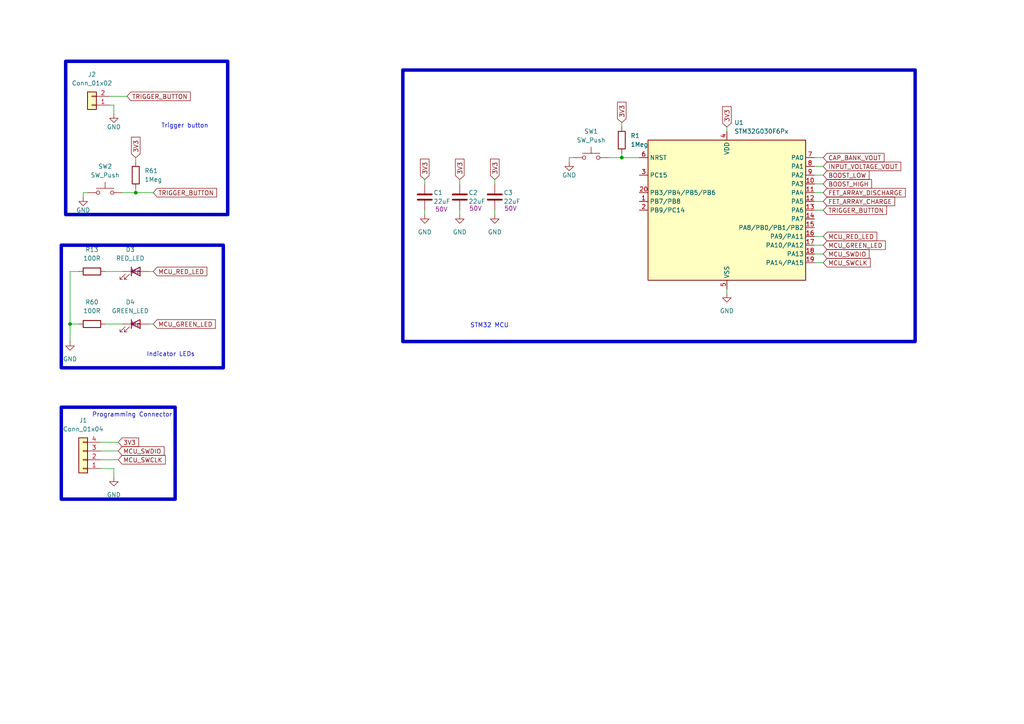
<source format=kicad_sch>
(kicad_sch (version 20250114) (generator "eeschema") (generator_version "9.0")
  (paper "A4")
  (title_block (title "MCU Section") (date "2025-05-03") (rev "v1.0") (company "By Shrinath Nimare <shrinath.nimare@gmail.com>"))
  (lib_symbols
    (symbol "Connector_Generic:Conn_01x02" (pin_names (offset 1.016) (hide yes))
      (property "Reference" "J" (at 0 2.54 0))
      (property "Value" "Conn_01x02" (at 0 -5.08 0))
      (symbol "Conn_01x02_1_1"
        (rectangle (start -1.27 1.27) (end 1.27 -3.81) (stroke (width 0.254)) (fill (type background)))
        (rectangle (start -1.27 0.127) (end 0 -0.127) (stroke (width 0.1524)))
        (rectangle (start -1.27 -2.413) (end 0 -2.667) (stroke (width 0.1524)))
        (pin passive line (at -5.08 0 0) (length 3.81) (name "Pin_1") (number "1"))
        (pin passive line (at -5.08 -2.54 0) (length 3.81) (name "Pin_2") (number "2"))
      )
    )
    (symbol "Connector_Generic:Conn_01x04" (pin_names (offset 1.016) (hide yes))
      (property "Reference" "J" (at 0 5.08 0))
      (property "Value" "Conn_01x04" (at 0 -7.62 0))
      (symbol "Conn_01x04_1_1"
        (rectangle (start -1.27 3.81) (end 1.27 -6.35) (stroke (width 0.254)) (fill (type background)))
        (rectangle (start -1.27 2.667) (end 0 2.413) (stroke (width 0.1524)))
        (rectangle (start -1.27 0.127) (end 0 -0.127) (stroke (width 0.1524)))
        (rectangle (start -1.27 -2.413) (end 0 -2.667) (stroke (width 0.1524)))
        (rectangle (start -1.27 -4.953) (end 0 -5.207) (stroke (width 0.1524)))
        (pin passive line (at -5.08 2.54 0) (length 3.81) (name "Pin_1") (number "1"))
        (pin passive line (at -5.08 0 0) (length 3.81) (name "Pin_2") (number "2"))
        (pin passive line (at -5.08 -2.54 0) (length 3.81) (name "Pin_3") (number "3"))
        (pin passive line (at -5.08 -5.08 0) (length 3.81) (name "Pin_4") (number "4"))
      )
    )
    (symbol "Device:C" (pin_numbers (hide yes)) (pin_names (offset 0.254))
      (property "Reference" "C" (at 0.635 2.54 0))
      (property "Value" "C" (at 0.635 -2.54 0))
      (symbol "C_0_1"
        (polyline (pts (xy -2.032 0.762) (xy 2.032 0.762)) (stroke (width 0.508)))
        (polyline (pts (xy -2.032 -0.762) (xy 2.032 -0.762)) (stroke (width 0.508)))
      )
      (symbol "C_1_1"
        (pin passive line (at 0 3.81 270) (length 2.794) (name "~") (number "1"))
        (pin passive line (at 0 -3.81 90) (length 2.794) (name "~") (number "2"))
      )
    )
    (symbol "Device:LED" (pin_numbers (hide yes)) (pin_names (offset 1.016) (hide yes))
      (property "Reference" "D" (at 0 2.54 0))
      (property "Value" "LED" (at 0 -2.54 0))
      (symbol "LED_0_1"
        (polyline (pts (xy -3.048 -0.762) (xy -4.572 -2.286) (xy -3.81 -2.286) (xy -4.572 -2.286) (xy -4.572 -1.524)))
        (polyline (pts (xy -1.778 -0.762) (xy -3.302 -2.286) (xy -2.54 -2.286) (xy -3.302 -2.286) (xy -3.302 -1.524)))
        (polyline (pts (xy -1.27 0) (xy 1.27 0)))
        (polyline (pts (xy -1.27 -1.27) (xy -1.27 1.27)) (stroke (width 0.254)))
        (polyline (pts (xy 1.27 -1.27) (xy 1.27 1.27) (xy -1.27 0) (xy 1.27 -1.27)) (stroke (width 0.254)))
      )
      (symbol "LED_1_1"
        (pin passive line (at -3.81 0 0) (length 2.54) (name "K") (number "1"))
        (pin passive line (at 3.81 0 180) (length 2.54) (name "A") (number "2"))
      )
    )
    (symbol "Device:R" (pin_numbers (hide yes)) (pin_names (offset 0))
      (property "Reference" "R" (at 2.032 0 90))
      (property "Value" "R" (at 0 0 90))
      (symbol "R_0_1"
        (rectangle (start -1.016 -2.54) (end 1.016 2.54) (stroke (width 0.254)))
      )
      (symbol "R_1_1"
        (pin passive line (at 0 3.81 270) (length 1.27) (name "~") (number "1"))
        (pin passive line (at 0 -3.81 90) (length 1.27) (name "~") (number "2"))
      )
    )
    (symbol "MCU_ST_STM32G0:STM32G030F6Px"
      (property "Reference" "U" (at -22.86 21.59 0))
      (property "Value" "STM32G030F6Px" (at 2.54 21.59 0))
      (symbol "STM32G030F6Px_0_1"
        (rectangle (start -22.86 -20.32) (end 22.86 20.32) (stroke (width 0.254)) (fill (type background)))
      )
      (symbol "STM32G030F6Px_1_1"
        (pin input line (at -25.4 15.24 0) (length 2.54) (name "NRST") (number "6"))
        (pin bidirectional line (at -25.4 10.16 0) (length 2.54) (name "PC15") (number "3"))
        (pin bidirectional line (at -25.4 5.08 0) (length 2.54) (name "PB3/PB4/PB5/PB6") (number "20"))
        (pin bidirectional line (at -25.4 2.54 0) (length 2.54) (name "PB7/PB8") (number "1"))
        (pin bidirectional line (at -25.4 0 0) (length 2.54) (name "PB9/PC14") (number "2"))
        (pin power_in line (at 0 22.86 270) (length 2.54) (name "VDD") (number "4"))
        (pin power_in line (at 0 -22.86 90) (length 2.54) (name "VSS") (number "5"))
        (pin bidirectional line (at 25.4 15.24 180) (length 2.54) (name "PA0") (number "7"))
        (pin bidirectional line (at 25.4 12.7 180) (length 2.54) (name "PA1") (number "8"))
        (pin bidirectional line (at 25.4 10.16 180) (length 2.54) (name "PA2") (number "9"))
        (pin bidirectional line (at 25.4 7.62 180) (length 2.54) (name "PA3") (number "10"))
        (pin bidirectional line (at 25.4 5.08 180) (length 2.54) (name "PA4") (number "11"))
        (pin bidirectional line (at 25.4 2.54 180) (length 2.54) (name "PA5") (number "12"))
        (pin bidirectional line (at 25.4 0 180) (length 2.54) (name "PA6") (number "13"))
        (pin bidirectional line (at 25.4 -2.54 180) (length 2.54) (name "PA7") (number "14"))
        (pin bidirectional line (at 25.4 -5.08 180) (length 2.54) (name "PA8/PB0/PB1/PB2") (number "15"))
        (pin bidirectional line (at 25.4 -7.62 180) (length 2.54) (name "PA9/PA11") (number "16"))
        (pin bidirectional line (at 25.4 -10.16 180) (length 2.54) (name "PA10/PA12") (number "17"))
        (pin bidirectional line (at 25.4 -12.7 180) (length 2.54) (name "PA13") (number "18"))
        (pin bidirectional line (at 25.4 -15.24 180) (length 2.54) (name "PA14/PA15") (number "19"))
      )
    )
    (symbol "Switch:SW_Push" (pin_numbers (hide yes)) (pin_names (offset 1.016) (hide yes))
      (property "Reference" "SW" (at 1.27 2.54 0))
      (property "Value" "SW_Push" (at 0 -1.524 0))
      (symbol "SW_Push_0_1"
        (circle (center -2.032 0) (radius 0.508))
        (polyline (pts (xy 0 1.27) (xy 0 3.048)))
        (circle (center 2.032 0) (radius 0.508))
        (polyline (pts (xy 2.54 1.27) (xy -2.54 1.27)))
        (pin passive line (at -5.08 0 0) (length 2.54) (name "1") (number "1"))
        (pin passive line (at 5.08 0 180) (length 2.54) (name "2") (number "2"))
      )
    )
    (symbol "power:GND" (power) (pin_numbers (hide yes)) (pin_names (offset 0) (hide yes))
      (property "Value" "GND" (at 0 -3.81 0))
      (symbol "GND_0_1"
        (polyline (pts (xy 0 0) (xy 0 -1.27) (xy 1.27 -1.27) (xy 0 -2.54) (xy -1.27 -1.27) (xy 0 -1.27)))
      )
      (symbol "GND_1_1"
        (pin power_in line (at 0 0 270) (length 0) (name "~") (number "1"))
      )
    )
  )
  (rectangle (start 19.05 17.78) (end 66.04 62.23) (stroke (width 1)))
  (rectangle (start 116.84 20.32) (end 265.43 99.06) (stroke (width 1)))
  (rectangle (start 17.78 71.12) (end 64.77 106.68) (stroke (width 1)))
  (rectangle (start 17.78 118.11) (end 50.8 144.78) (stroke (width 1)))
  (text "STM32 MCU" (at 141.986 94.488 0) (effects (font (size 1.27 1.27))))
  (text "Indicator LEDs" (at 49.53 102.87 0) (effects (font (size 1.27 1.27))))
  (text "Programming Connector" (at 38.354 120.396 0) (effects (font (size 1.27 1.27))))
  (text "Trigger button" (at 53.594 36.576 0) (effects (font (size 1.27 1.27))))
  (junction (at 20.32 93.98))
  (junction (at 180.34 45.72))
  (junction (at 39.37 55.88))
  (wire (pts (xy 43.18 78.74) (xy 44.45 78.74)))
  (wire (pts (xy 210.82 83.82) (xy 210.82 85.09)))
  (wire (pts (xy 123.19 60.96) (xy 123.19 62.23)))
  (wire (pts (xy 35.56 55.88) (xy 39.37 55.88)))
  (wire (pts (xy 180.34 45.72) (xy 180.34 44.45)))
  (wire (pts (xy 33.02 33.02) (xy 33.02 30.48)))
  (wire (pts (xy 238.76 68.58) (xy 236.22 68.58)))
  (wire (pts (xy 143.51 52.07) (xy 143.51 53.34)))
  (wire (pts (xy 30.48 78.74) (xy 35.56 78.74)))
  (wire (pts (xy 143.51 60.96) (xy 143.51 62.23)))
  (wire (pts (xy 31.75 27.94) (xy 36.83 27.94)))
  (wire (pts (xy 29.21 128.27) (xy 34.29 128.27)))
  (wire (pts (xy 210.82 36.83) (xy 210.82 38.1)))
  (wire (pts (xy 33.02 135.89) (xy 29.21 135.89)))
  (wire (pts (xy 176.53 45.72) (xy 180.34 45.72)))
  (wire (pts (xy 30.48 93.98) (xy 35.56 93.98)))
  (wire (pts (xy 238.76 55.88) (xy 236.22 55.88)))
  (wire (pts (xy 20.32 93.98) (xy 22.86 93.98)))
  (wire (pts (xy 238.76 48.26) (xy 236.22 48.26)))
  (wire (pts (xy 238.76 45.72) (xy 236.22 45.72)))
  (wire (pts (xy 39.37 55.88) (xy 44.45 55.88)))
  (wire (pts (xy 238.76 50.8) (xy 236.22 50.8)))
  (wire (pts (xy 24.13 57.15) (xy 24.13 55.88)))
  (wire (pts (xy 39.37 55.88) (xy 39.37 54.61)))
  (wire (pts (xy 22.86 78.74) (xy 20.32 78.74)))
  (wire (pts (xy 133.35 52.07) (xy 133.35 53.34)))
  (wire (pts (xy 43.18 93.98) (xy 44.45 93.98)))
  (wire (pts (xy 238.76 53.34) (xy 236.22 53.34)))
  (wire (pts (xy 39.37 45.72) (xy 39.37 46.99)))
  (wire (pts (xy 29.21 130.81) (xy 34.29 130.81)))
  (wire (pts (xy 236.22 76.2) (xy 238.76 76.2)))
  (wire (pts (xy 185.42 45.72) (xy 180.34 45.72)))
  (wire (pts (xy 133.35 60.96) (xy 133.35 62.23)))
  (wire (pts (xy 123.19 52.07) (xy 123.19 53.34)))
  (wire (pts (xy 33.02 138.43) (xy 33.02 135.89)))
  (wire (pts (xy 29.21 133.35) (xy 34.29 133.35)))
  (wire (pts (xy 165.1 46.99) (xy 165.1 45.72)))
  (wire (pts (xy 238.76 71.12) (xy 236.22 71.12)))
  (wire (pts (xy 180.34 35.56) (xy 180.34 36.83)))
  (wire (pts (xy 24.13 55.88) (xy 25.4 55.88)))
  (wire (pts (xy 238.76 60.96) (xy 236.22 60.96)))
  (wire (pts (xy 33.02 30.48) (xy 31.75 30.48)))
  (wire (pts (xy 20.32 78.74) (xy 20.32 93.98)))
  (wire (pts (xy 165.1 45.72) (xy 166.37 45.72)))
  (wire (pts (xy 236.22 73.66) (xy 238.76 73.66)))
  (wire (pts (xy 238.76 58.42) (xy 236.22 58.42)))
  (wire (pts (xy 20.32 93.98) (xy 20.32 99.06)))
  (global_label "MCU_RED_LED" (shape input) (at 238.76 68.58 0) (property "Intersheetrefs" "${INTERSHEET_REFS}" (effects (hide yes))))
  (global_label "FET_ARRAY_DISCHARGE" (shape input) (at 238.76 55.88 0) (property "Intersheetrefs" "${INTERSHEET_REFS}" (effects (hide yes))))
  (global_label "3V3" (shape input) (at 39.37 45.72 90) (property "Intersheetrefs" "${INTERSHEET_REFS}" (effects (hide yes))))
  (global_label "3V3" (shape input) (at 123.19 52.07 90) (property "Intersheetrefs" "${INTERSHEET_REFS}" (effects (hide yes))))
  (global_label "3V3" (shape input) (at 180.34 35.56 90) (property "Intersheetrefs" "${INTERSHEET_REFS}" (effects (hide yes))))
  (global_label "MCU_SWCLK" (shape input) (at 238.76 76.2 0) (property "Intersheetrefs" "${INTERSHEET_REFS}" (effects (hide yes))))
  (global_label "MCU_SWCLK" (shape input) (at 34.29 133.35 0) (property "Intersheetrefs" "${INTERSHEET_REFS}" (effects (hide yes))))
  (global_label "MCU_SWDIO" (shape input) (at 238.76 73.66 0) (property "Intersheetrefs" "${INTERSHEET_REFS}" (effects (hide yes))))
  (global_label "CAP_BANK_VOUT" (shape input) (at 238.76 45.72 0) (property "Intersheetrefs" "${INTERSHEET_REFS}" (effects (hide yes))))
  (global_label "TRIGGER_BUTTON" (shape input) (at 44.45 55.88 0) (property "Intersheetrefs" "${INTERSHEET_REFS}" (effects (hide yes))))
  (global_label "INPUT_VOLTAGE_VOUT" (shape input) (at 238.76 48.26 0) (property "Intersheetrefs" "${INTERSHEET_REFS}" (effects (hide yes))))
  (global_label "3V3" (shape input) (at 133.35 52.07 90) (property "Intersheetrefs" "${INTERSHEET_REFS}" (effects (hide yes))))
  (global_label "3V3" (shape input) (at 210.82 36.83 90) (property "Intersheetrefs" "${INTERSHEET_REFS}" (effects (hide yes))))
  (global_label "3V3" (shape input) (at 143.51 52.07 90) (property "Intersheetrefs" "${INTERSHEET_REFS}" (effects (hide yes))))
  (global_label "MCU_GREEN_LED" (shape input) (at 44.45 93.98 0) (property "Intersheetrefs" "${INTERSHEET_REFS}" (effects (hide yes))))
  (global_label "MCU_GREEN_LED" (shape input) (at 238.76 71.12 0) (property "Intersheetrefs" "${INTERSHEET_REFS}" (effects (hide yes))))
  (global_label "TRIGGER_BUTTON" (shape input) (at 36.83 27.94 0) (property "Intersheetrefs" "${INTERSHEET_REFS}" (effects (hide yes))))
  (global_label "FET_ARRAY_CHARGE" (shape input) (at 238.76 58.42 0) (property "Intersheetrefs" "${INTERSHEET_REFS}" (effects (hide yes))))
  (global_label "BOOST_LOW" (shape input) (at 238.76 50.8 0) (property "Intersheetrefs" "${INTERSHEET_REFS}" (effects (hide yes))))
  (global_label "3V3" (shape input) (at 34.29 128.27 0) (property "Intersheetrefs" "${INTERSHEET_REFS}" (effects (hide yes))))
  (global_label "TRIGGER_BUTTON" (shape input) (at 238.76 60.96 0) (property "Intersheetrefs" "${INTERSHEET_REFS}" (effects (hide yes))))
  (global_label "MCU_RED_LED" (shape input) (at 44.45 78.74 0) (property "Intersheetrefs" "${INTERSHEET_REFS}" (effects (hide yes))))
  (global_label "MCU_SWDIO" (shape input) (at 34.29 130.81 0) (property "Intersheetrefs" "${INTERSHEET_REFS}" (effects (hide yes))))
  (global_label "BOOST_HIGH" (shape input) (at 238.76 53.34 0) (property "Intersheetrefs" "${INTERSHEET_REFS}" (effects (hide yes))))
  (symbol (lib_id "Device:LED") (at 39.37 93.98 0) (unit 1)
    (property "Reference" "D4" (at 37.7825 87.63 0))
    (property "Value" "GREEN_LED" (at 37.7825 90.17 0))
    (property "Footprint" "LED_SMD:LED_0805_2012Metric" (effects (hide yes)))
    (property "Description" "Light emitting diode" (effects (hide yes)))
    (property "Sim.Pins" "1=K 2=A" (effects (hide yes)))
    (property "Source" "Me" (at 39.37 93.98 0))
  )
  (symbol (lib_id "power:GND") (at 20.32 99.06 0) (unit 1)
    (property "Reference" "#PWR068" (effects (hide yes)))
    (property "Value" "GND" (at 20.32 104.14 0))
    (property "Description" "Power symbol creates a global label with name \"GND\" , ground" (effects (hide yes)))
  )
  (symbol (lib_id "power:GND") (at 24.13 57.15 0) (unit 1)
    (property "Reference" "#PWR070" (effects (hide yes)))
    (property "Value" "GND" (at 24.13 60.96 0))
    (property "Description" "Power symbol creates a global label with name \"GND\" , ground" (effects (hide yes)))
  )
  (symbol (lib_id "Switch:SW_Push") (at 171.45 45.72 0) (unit 1)
    (property "Reference" "SW1" (at 171.45 38.1 0))
    (property "Value" "SW_Push" (at 171.45 40.64 0))
    (property "Footprint" "Button_Switch_SMD:SW_Push_1P1T_XKB_TS-1187A" (effects (hide yes)))
    (property "Description" "Push button switch, generic, two pins" (effects (hide yes)))
    (property "Source" "Me" (effects (hide yes)))
  )
  (symbol (lib_id "Device:R") (at 26.67 93.98 90) (unit 1)
    (property "Reference" "R60" (at 26.67 87.63 90))
    (property "Value" "100R" (at 26.67 90.17 90))
    (property "Footprint" "Resistor_SMD:R_0805_2012Metric" (effects (hide yes)))
    (property "Description" "Resistor" (effects (hide yes)))
    (property "Source" "Me" (effects (hide yes)))
  )
  (symbol (lib_id "Device:R") (at 39.37 50.8 0) (unit 1)
    (property "Reference" "R61" (at 41.91 49.5299 0) (effects (justify left)))
    (property "Value" "1Meg" (at 41.91 52.0699 0) (effects (justify left)))
    (property "Footprint" "Resistor_SMD:R_0805_2012Metric" (effects (hide yes)))
    (property "Description" "Resistor" (effects (hide yes)))
    (property "Source" "Me" (effects (hide yes)))
  )
  (symbol (lib_id "power:GND") (at 33.02 33.02 0) (unit 1)
    (property "Reference" "#PWR071" (effects (hide yes)))
    (property "Value" "GND" (at 33.02 36.83 0))
    (property "Description" "Power symbol creates a global label with name \"GND\" , ground" (effects (hide yes)))
  )
  (symbol (lib_id "power:GND") (at 133.35 62.23 0) (unit 1)
    (property "Reference" "#PWR02" (effects (hide yes)))
    (property "Value" "GND" (at 133.35 67.31 0))
    (property "Description" "Power symbol creates a global label with name \"GND\" , ground" (effects (hide yes)))
  )
  (symbol (lib_id "Switch:SW_Push") (at 30.48 55.88 0) (unit 1)
    (property "Reference" "SW2" (at 30.48 48.26 0))
    (property "Value" "SW_Push" (at 30.48 50.8 0))
    (property "Footprint" "Button_Switch_SMD:SW_Push_1P1T_XKB_TS-1187A" (effects (hide yes)))
    (property "Description" "Push button switch, generic, two pins" (effects (hide yes)))
    (property "Source" "Me" (effects (hide yes)))
  )
  (symbol (lib_id "Device:LED") (at 39.37 78.74 0) (unit 1)
    (property "Reference" "D3" (at 37.7825 72.39 0))
    (property "Value" "RED_LED" (at 37.7825 74.93 0))
    (property "Footprint" "LED_SMD:LED_0805_2012Metric" (effects (hide yes)))
    (property "Description" "Light emitting diode" (effects (hide yes)))
    (property "Sim.Pins" "1=K 2=A" (effects (hide yes)))
    (property "Source" "Me" (at 39.37 78.74 0))
  )
  (symbol (lib_id "power:GND") (at 123.19 62.23 0) (unit 1)
    (property "Reference" "#PWR01" (effects (hide yes)))
    (property "Value" "GND" (at 123.19 67.31 0))
    (property "Description" "Power symbol creates a global label with name \"GND\" , ground" (effects (hide yes)))
  )
  (symbol (lib_id "Connector_Generic:Conn_01x04") (at 24.13 133.35 180) (unit 1)
    (property "Reference" "J1" (at 24.13 121.92 0))
    (property "Value" "Conn_01x04" (at 24.13 124.46 0))
    (property "Footprint" "Connector_PinSocket_2.54mm:PinSocket_1x04_P2.54mm_Vertical" (effects (hide yes)))
    (property "Description" "Generic connector, single row, 01x04, script generated (kicad-library-utils/schlib/autogen/connector/)" (effects (hide yes)))
  )
  (symbol (lib_id "Device:C") (at 133.35 57.15 0) (unit 1)
    (property "Reference" "C2" (at 135.89 55.88 0) (effects (justify left)))
    (property "Value" "22uF" (at 135.89 58.42 0) (effects (justify left)))
    (property "Footprint" "Capacitor_SMD:C_0805_2012Metric" (effects (hide yes)))
    (property "Description" "Unpolarized capacitor" (effects (hide yes)))
    (property "Source" "Me" (effects (hide yes)))
    (property "Rating" "50V" (at 137.922 60.452 0))
  )
  (symbol (lib_id "power:GND") (at 210.82 85.09 0) (unit 1)
    (property "Reference" "#PWR05" (effects (hide yes)))
    (property "Value" "GND" (at 210.82 90.17 0))
    (property "Description" "Power symbol creates a global label with name \"GND\" , ground" (effects (hide yes)))
  )
  (symbol (lib_id "Connector_Generic:Conn_01x02") (at 26.67 30.48 180) (unit 1)
    (property "Reference" "J2" (at 26.67 21.59 0))
    (property "Value" "Conn_01x02" (at 26.67 24.13 0))
    (property "Footprint" "Connector_PinSocket_2.54mm:PinSocket_1x02_P2.54mm_Vertical" (effects (hide yes)))
    (property "Description" "Generic connector, single row, 01x02, script generated (kicad-library-utils/schlib/autogen/connector/)" (effects (hide yes)))
  )
  (symbol (lib_id "power:GND") (at 165.1 46.99 0) (unit 1)
    (property "Reference" "#PWR04" (effects (hide yes)))
    (property "Value" "GND" (at 165.1 50.8 0))
    (property "Description" "Power symbol creates a global label with name \"GND\" , ground" (effects (hide yes)))
  )
  (symbol (lib_id "power:GND") (at 33.02 138.43 0) (unit 1)
    (property "Reference" "#PWR069" (effects (hide yes)))
    (property "Value" "GND" (at 33.02 143.51 0))
    (property "Description" "Power symbol creates a global label with name \"GND\" , ground" (effects (hide yes)))
  )
  (symbol (lib_id "Device:R") (at 26.67 78.74 90) (unit 1)
    (property "Reference" "R13" (at 26.67 72.39 90))
    (property "Value" "100R" (at 26.67 74.93 90))
    (property "Footprint" "Resistor_SMD:R_0805_2012Metric" (effects (hide yes)))
    (property "Description" "Resistor" (effects (hide yes)))
    (property "Source" "Me" (effects (hide yes)))
  )
  (symbol (lib_id "Device:R") (at 180.34 40.64 0) (unit 1)
    (property "Reference" "R1" (at 182.88 39.3699 0) (effects (justify left)))
    (property "Value" "1Meg" (at 182.88 41.9099 0) (effects (justify left)))
    (property "Footprint" "Resistor_SMD:R_0805_2012Metric" (effects (hide yes)))
    (property "Description" "Resistor" (effects (hide yes)))
    (property "Source" "Me" (effects (hide yes)))
  )
  (symbol (lib_id "Device:C") (at 143.51 57.15 0) (unit 1)
    (property "Reference" "C3" (at 146.05 55.88 0) (effects (justify left)))
    (property "Value" "22uF" (at 146.05 58.42 0) (effects (justify left)))
    (property "Footprint" "Capacitor_SMD:C_0805_2012Metric" (effects (hide yes)))
    (property "Description" "Unpolarized capacitor" (effects (hide yes)))
    (property "Source" "Me" (effects (hide yes)))
    (property "Rating" "50V" (at 148.082 60.452 0))
  )
  (symbol (lib_id "MCU_ST_STM32G0:STM32G030F6Px") (at 210.82 60.96 0) (unit 1)
    (property "Reference" "U1" (at 212.9633 35.56 0) (effects (justify left)))
    (property "Value" "STM32G030F6Px" (at 212.9633 38.1 0) (effects (justify left)))
    (property "Footprint" "Package_SO:TSSOP-20_4.4x6.5mm_P0.65mm" (effects (hide yes)))
    (property "Datasheet" "https://www.st.com/resource/en/datasheet/stm32g030f6.pdf" (effects (hide yes)))
    (property "Description" "STMicroelectronics Arm Cortex-M0+ MCU, 32KB flash, 8KB RAM, 64 MHz, 2.0-3.6V, 17 GPIO, TSSOP20" (effects (hide yes)))
    (property "Source" "Me" (effects (hide yes)))
  )
  (symbol (lib_id "Device:C") (at 123.19 57.15 0) (unit 1)
    (property "Reference" "C1" (at 125.73 55.88 0) (effects (justify left)))
    (property "Value" "22uF" (at 125.73 58.42 0) (effects (justify left)))
    (property "Footprint" "Capacitor_SMD:C_0805_2012Metric" (effects (hide yes)))
    (property "Description" "Unpolarized capacitor" (effects (hide yes)))
    (property "Source" "Me" (effects (hide yes)))
    (property "Rating" "50V" (at 128.016 60.706 0))
  )
  (symbol (lib_id "power:GND") (at 143.51 62.23 0) (unit 1)
    (property "Reference" "#PWR03" (effects (hide yes)))
    (property "Value" "GND" (at 143.51 67.31 0))
    (property "Description" "Power symbol creates a global label with name \"GND\" , ground" (effects (hide yes)))
  )
)
</source>
